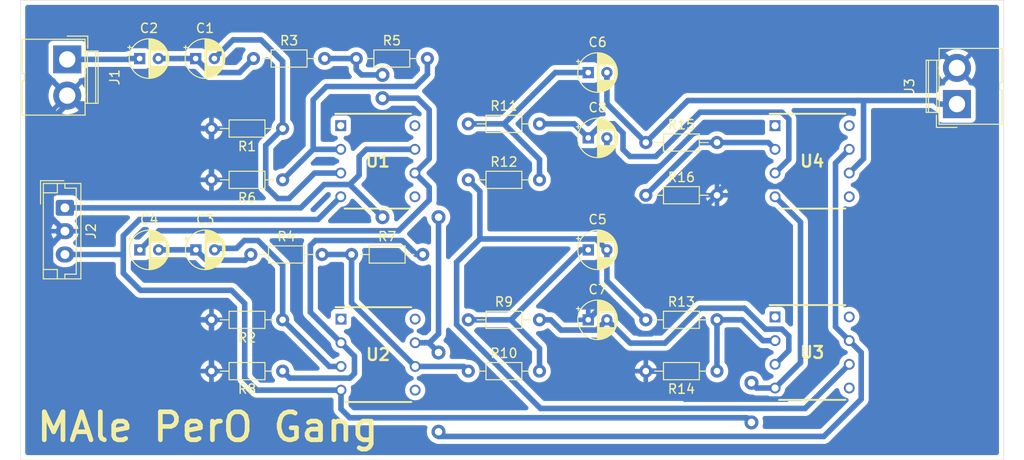
<source format=kicad_pcb>
(kicad_pcb (version 20240108) (generator "pcbnew") (generator_version "8.0")
  (layers (0 "F.Cu" signal) (31 "B.Cu" signal) (34 "B.Paste" user) (35 "F.Paste" user) (36 "B.SilkS" user "B.Silkscreen") (37 "F.SilkS" user "F.Silkscreen") (38 "B.Mask" user) (39 "F.Mask" user) (44 "Edge.Cuts" user))
  (net 0 "")
  (net 1 "Net-(U1-+)")
  (net 2 "Net-(C1-Pad1)")
  (net 3 "Net-(J1-Pin_1)")
  (net 4 "Net-(C3-Pad1)")
  (net 5 "Net-(U2-+)")
  (net 6 "Net-(U1-VOUT)")
  (net 7 "Net-(C5-Pad1)")
  (net 8 "Net-(U3-VOUT)")
  (net 9 "Net-(J3-Pin_1)")
  (net 10 "Net-(C6-Pad1)")
  (net 11 "GND")
  (net 12 "Net-(U3-+)")
  (net 13 "Net-(U4-+)")
  (net 14 "+5V")
  (net 15 "-5V")
  (net 16 "Net-(U2-VOUT)")
  (net 17 "Net-(U1--)")
  (net 18 "Net-(U2--)")
  (net 19 "Net-(U3--)")
  (net 20 "Net-(U4--)")
  (footprint "Capacitor_THT:CP_Radial_D4.0mm_P2.00mm" (layer "F.Cu") (at 97.5274 55.5)
    (property "Reference" "C5" (at 1 -3.25 0) (layer "F.SilkS"))
    (property "Value" "C_Small")
    (pad "1" thru_hole rect (at 0 0) (size 1.2 1.2) (drill 0.6) (layers "*.Cu" "*.Mask") (net 7 "Net-(C5-Pad1)"))
    (pad "2" thru_hole circle (at 2 0) (size 1.2 1.2) (drill 0.6) (layers "*.Cu" "*.Mask") (net 8 "Net-(U3-VOUT)"))
  )
  (footprint "Resistor_THT:R_Axial_DIN0204_L3.6mm_D1.6mm_P7.62mm_Horizontal" (layer "F.Cu") (at 64.81 68.5 180)
    (property "Reference" "R8" (at 3.81 -1.92 0) (layer "F.SilkS"))
    (property "Value" "R_Small")
    (pad "1" thru_hole circle (at 0 0 180) (size 1.4 1.4) (drill 0.7) (layers "*.Cu" "*.Mask") (net 18 "Net-(U2--)"))
    (pad "2" thru_hole oval (at 7.62 0 180) (size 1.4 1.4) (drill 0.7) (layers "*.Cu" "*.Mask") (net 11 "GND"))
  )
  (footprint "Resistor_THT:R_Axial_DIN0204_L3.6mm_D1.6mm_P7.62mm_Horizontal" (layer "F.Cu") (at 64.81 42.5 180)
    (property "Reference" "R1" (at 3.81 -1.92 0) (layer "F.SilkS"))
    (property "Value" "R_Small")
    (pad "1" thru_hole circle (at 0 0 180) (size 1.4 1.4) (drill 0.7) (layers "*.Cu" "*.Mask") (net 1 "Net-(U1-+)"))
    (pad "2" thru_hole oval (at 7.62 0 180) (size 1.4 1.4) (drill 0.7) (layers "*.Cu" "*.Mask") (net 11 "GND"))
  )
  (footprint "Resistor_THT:R_Axial_DIN0204_L3.6mm_D1.6mm_P7.62mm_Horizontal" (layer "F.Cu") (at 84.69 68.5)
    (property "Reference" "R10" (at 3.81 -1.92 0) (layer "F.SilkS"))
    (property "Value" "R_Small")
    (pad "1" thru_hole circle (at 0 0) (size 1.4 1.4) (drill 0.7) (layers "*.Cu" "*.Mask") (net 16 "Net-(U2-VOUT)"))
    (pad "2" thru_hole oval (at 7.62 0) (size 1.4 1.4) (drill 0.7) (layers "*.Cu" "*.Mask") (net 7 "Net-(C5-Pad1)"))
  )
  (footprint "Resistor_THT:R_Axial_DIN0204_L3.6mm_D1.6mm_P7.62mm_Horizontal" (layer "F.Cu") (at 103.69 49.65)
    (property "Reference" "R16" (at 3.81 -1.92 0) (layer "F.SilkS"))
    (property "Value" "R_Small")
    (pad "1" thru_hole circle (at 0 0) (size 1.4 1.4) (drill 0.7) (layers "*.Cu" "*.Mask") (net 20 "Net-(U4--)"))
    (pad "2" thru_hole oval (at 7.62 0) (size 1.4 1.4) (drill 0.7) (layers "*.Cu" "*.Mask") (net 11 "GND"))
  )
  (footprint "Resistor_THT:R_Axial_DIN0204_L3.6mm_D1.6mm_P7.62mm_Horizontal" (layer "F.Cu") (at 64.81 48 180)
    (property "Reference" "R6" (at 3.81 -1.92 0) (layer "F.SilkS"))
    (property "Value" "R_Small")
    (pad "1" thru_hole circle (at 0 0 180) (size 1.4 1.4) (drill 0.7) (layers "*.Cu" "*.Mask"))
    (pad "2" thru_hole oval (at 7.62 0 180) (size 1.4 1.4) (drill 0.7) (layers "*.Cu" "*.Mask") (net 11 "GND"))
  )
  (footprint "Resistor_THT:R_Axial_DIN0204_L3.6mm_D1.6mm_P7.62mm_Horizontal" (layer "F.Cu") (at 72.69 35)
    (property "Reference" "R5" (at 3.81 -1.92 0) (layer "F.SilkS"))
    (property "Value" "R_Small")
    (pad "1" thru_hole circle (at 0 0) (size 1.4 1.4) (drill 0.7) (layers "*.Cu" "*.Mask") (net 6 "Net-(U1-VOUT)"))
    (pad "2" thru_hole oval (at 7.62 0) (size 1.4 1.4) (drill 0.7) (layers "*.Cu" "*.Mask"))
  )
  (footprint "Capacitor_THT:CP_Radial_D4.0mm_P2.00mm" (layer "F.Cu") (at 97.5274 63)
    (property "Reference" "C7" (at 1 -3.25 0) (layer "F.SilkS"))
    (property "Value" "C_Small")
    (pad "1" thru_hole rect (at 0 0) (size 1.2 1.2) (drill 0.6) (layers "*.Cu" "*.Mask") (net 11 "GND"))
    (pad "2" thru_hole circle (at 2 0) (size 1.2 1.2) (drill 0.6) (layers "*.Cu" "*.Mask") (net 12 "Net-(U3-+)"))
  )
  (footprint "Capacitor_THT:CP_Radial_D4.0mm_P2.00mm" (layer "F.Cu") (at 97.5274 36.5)
    (property "Reference" "C6" (at 1 -3.25 0) (layer "F.SilkS"))
    (property "Value" "C_Small")
    (pad "1" thru_hole rect (at 0 0) (size 1.2 1.2) (drill 0.6) (layers "*.Cu" "*.Mask") (net 10 "Net-(C6-Pad1)"))
    (pad "2" thru_hole circle (at 2 0) (size 1.2 1.2) (drill 0.6) (layers "*.Cu" "*.Mask") (net 9 "Net-(J3-Pin_1)"))
  )
  (footprint "Connector:JWT_A3963_1x02_P3.96mm_Vertical" (layer "F.Cu") (at 137 39.88 90)
    (property "Reference" "J3" (at 1.91 -5.08 90) (layer "F.SilkS"))
    (property "Value" "Conn_sig_output")
    (pad "1" thru_hole rect (at 0 0 90) (size 3 3) (drill 1.75) (layers "*.Cu" "*.Mask") (net 9 "Net-(J3-Pin_1)"))
    (pad "2" thru_hole circle (at 3.88 0 90) (size 3 3) (drill 1.75) (layers "*.Cu" "*.Mask") (net 11 "GND"))
  )
  (footprint "Resistor_THT:R_Axial_DIN0204_L3.6mm_D1.6mm_P7.62mm_Horizontal" (layer "F.Cu") (at 61.4074 56)
    (property "Reference" "R4" (at 3.81 -1.92 0) (layer "F.SilkS"))
    (property "Value" "R_Small")
    (pad "1" thru_hole circle (at 0 0) (size 1.4 1.4) (drill 0.7) (layers "*.Cu" "*.Mask") (net 4 "Net-(C3-Pad1)"))
    (pad "2" thru_hole oval (at 7.62 0) (size 1.4 1.4) (drill 0.7) (layers "*.Cu" "*.Mask") (net 16 "Net-(U2-VOUT)"))
  )
  (footprint "Capacitor_THT:CP_Radial_D4.0mm_P2.00mm" (layer "F.Cu") (at 55.5 35)
    (property "Reference" "C1" (at 1 -3.25 0) (layer "F.SilkS"))
    (property "Value" "C_Small")
    (pad "1" thru_hole rect (at 0 0) (size 1.2 1.2) (drill 0.6) (layers "*.Cu" "*.Mask") (net 2 "Net-(C1-Pad1)"))
    (pad "2" thru_hole circle (at 2 0) (size 1.2 1.2) (drill 0.6) (layers "*.Cu" "*.Mask") (net 1 "Net-(U1-+)"))
  )
  (footprint "Resistor_THT:R_Axial_DIN0204_L3.6mm_D1.6mm_P7.62mm_Horizontal" (layer "F.Cu") (at 72.19 56)
    (property "Reference" "R7" (at 3.81 -1.92 0) (layer "F.SilkS"))
    (property "Value" "R_Small")
    (pad "1" thru_hole circle (at 0 0) (size 1.4 1.4) (drill 0.7) (layers "*.Cu" "*.Mask") (net 16 "Net-(U2-VOUT)"))
    (pad "2" thru_hole oval (at 7.62 0) (size 1.4 1.4) (drill 0.7) (layers "*.Cu" "*.Mask") (net 18 "Net-(U2--)"))
  )
  (footprint "Resistor_THT:R_Axial_DIN0204_L3.6mm_D1.6mm_P7.62mm_Horizontal" (layer "F.Cu") (at 64.81 63 180)
    (property "Reference" "R2" (at 3.81 -1.92 0) (layer "F.SilkS"))
    (property "Value" "R_Small")
    (pad "1" thru_hole circle (at 0 0 180) (size 1.4 1.4) (drill 0.7) (layers "*.Cu" "*.Mask") (net 5 "Net-(U2-+)"))
    (pad "2" thru_hole oval (at 7.62 0 180) (size 1.4 1.4) (drill 0.7) (layers "*.Cu" "*.Mask") (net 11 "GND"))
  )
  (footprint "Capacitor_THT:CP_Radial_D4.0mm_P2.00mm" (layer "F.Cu") (at 55.5274 55.5)
    (property "Reference" "C3" (at 1 -3.25 0) (layer "F.SilkS"))
    (property "Value" "C_Small")
    (pad "1" thru_hole rect (at 0 0) (size 1.2 1.2) (drill 0.6) (layers "*.Cu" "*.Mask") (net 4 "Net-(C3-Pad1)"))
    (pad "2" thru_hole circle (at 2 0) (size 1.2 1.2) (drill 0.6) (layers "*.Cu" "*.Mask") (net 5 "Net-(U2-+)"))
  )
  (footprint "pav_fp:DIP794W56P254L959H533Q8N" (layer "F.Cu") (at 121.5 66.5)
    (property "Reference" "U3" (at 0 0 0) (layer "F.SilkS") (effects (font (size 1.27 1.27) (thickness 0.254))))
    (property "Value" "~" (hide yes))
    (pad "1" thru_hole rect (at -3.97 -3.81) (size 1.16 1.16) (drill 0.76) (layers "*.Cu" "*.Mask"))
    (pad "2" thru_hole circle (at -3.97 -1.27) (size 1.16 1.16) (drill 0.76) (layers "*.Cu" "*.Mask") (net 19 "Net-(U3--)"))
    (pad "3" thru_hole circle (at -3.97 1.27) (size 1.16 1.16) (drill 0.76) (layers "*.Cu" "*.Mask") (net 12 "Net-(U3-+)"))
    (pad "4" thru_hole circle (at -3.97 3.81) (size 1.16 1.16) (drill 0.76) (layers "*.Cu" "*.Mask") (net 15 "-5V"))
    (pad "5" thru_hole circle (at 3.97 3.81) (size 1.16 1.16) (drill 0.76) (layers "*.Cu" "*.Mask"))
    (pad "6" thru_hole circle (at 3.97 1.27) (size 1.16 1.16) (drill 0.76) (layers "*.Cu" "*.Mask") (net 8 "Net-(U3-VOUT)"))
    (pad "7" thru_hole circle (at 3.97 -1.27) (size 1.16 1.16) (drill 0.76) (layers "*.Cu" "*.Mask") (net 14 "+5V"))
    (pad "8" thru_hole circle (at 3.97 -3.81) (size 1.16 1.16) (drill 0.76) (layers "*.Cu" "*.Mask"))
  )
  (footprint "Capacitor_THT:CP_Radial_D4.0mm_P2.00mm" (layer "F.Cu") (at 49.5 35)
    (property "Reference" "C2" (at 1 -3.25 0) (layer "F.SilkS"))
    (property "Value" "C_Small")
    (pad "1" thru_hole rect (at 0 0) (size 1.2 1.2) (drill 0.6) (layers "*.Cu" "*.Mask") (net 3 "Net-(J1-Pin_1)"))
    (pad "2" thru_hole circle (at 2 0) (size 1.2 1.2) (drill 0.6) (layers "*.Cu" "*.Mask") (net 2 "Net-(C1-Pad1)"))
  )
  (footprint "Connector_JST:JST_EH_B3B-EH-A_1x03_P2.50mm_Vertical" (layer "F.Cu") (at 41.5 51 -90)
    (property "Reference" "J2" (at 2.5 -2.8 90) (layer "F.SilkS"))
    (property "Value" "Symmetrical_power_supply_con")
    (pad "1" thru_hole roundrect (at 0 0 270) (size 1.7 1.95) (drill 0.95) (layers "*.Cu" "*.Mask") (roundrect_rratio 0.147059) (net 14 "+5V"))
    (pad "2" thru_hole oval (at 2.5 0 270) (size 1.7 1.95) (drill 0.95) (layers "*.Cu" "*.Mask") (net 11 "GND"))
    (pad "3" thru_hole oval (at 5 0 270) (size 1.7 1.95) (drill 0.95) (layers "*.Cu" "*.Mask") (net 15 "-5V"))
  )
  (footprint "Capacitor_THT:CP_Radial_D4.0mm_P2.00mm" (layer "F.Cu") (at 49.5274 55.5)
    (property "Reference" "C4" (at 1 -3.25 0) (layer "F.SilkS"))
    (property "Value" "C_Small")
    (pad "1" thru_hole rect (at 0 0) (size 1.2 1.2) (drill 0.6) (layers "*.Cu" "*.Mask") (net 6 "Net-(U1-VOUT)"))
    (pad "2" thru_hole circle (at 2 0) (size 1.2 1.2) (drill 0.6) (layers "*.Cu" "*.Mask") (net 4 "Net-(C3-Pad1)"))
  )
  (footprint "pav_fp:DIP794W56P254L959H533Q8N" (layer "F.Cu") (at 75.03 66.73)
    (property "Reference" "U2" (at 0 0 0) (layer "F.SilkS") (effects (font (size 1.27 1.27) (thickness 0.254))))
    (property "Value" "~" (hide yes))
    (pad "1" thru_hole rect (at -3.97 -3.81) (size 1.16 1.16) (drill 0.76) (layers "*.Cu" "*.Mask"))
    (pad "2" thru_hole circle (at -3.97 -1.27) (size 1.16 1.16) (drill 0.76) (layers "*.Cu" "*.Mask") (net 18 "Net-(U2--)"))
    (pad "3" thru_hole circle (at -3.97 1.27) (size 1.16 1.16) (drill 0.76) (layers "*.Cu" "*.Mask") (net 5 "Net-(U2-+)"))
    (pad "4" thru_hole circle (at -3.97 3.81) (size 1.16 1.16) (drill 0.76) (layers "*.Cu" "*.Mask") (net 15 "-5V"))
    (pad "5" thru_hole circle (at 3.97 3.81) (size 1.16 1.16) (drill 0.76) (layers "*.Cu" "*.Mask"))
    (pad "6" thru_hole circle (at 3.97 1.27) (size 1.16 1.16) (drill 0.76) (layers "*.Cu" "*.Mask") (net 16 "Net-(U2-VOUT)"))
    (pad "7" thru_hole circle (at 3.97 -1.27) (size 1.16 1.16) (drill 0.76) (layers "*.Cu" "*.Mask") (net 14 "+5V"))
    (pad "8" thru_hole circle (at 3.97 -3.81) (size 1.16 1.16) (drill 0.76) (layers "*.Cu" "*.Mask"))
  )
  (footprint "Resistor_THT:R_Axial_DIN0204_L3.6mm_D1.6mm_P7.62mm_Horizontal" (layer "F.Cu") (at 103.69 63)
    (property "Reference" "R13" (at 3.81 -1.92 0) (layer "F.SilkS"))
    (property "Value" "R_Small")
    (pad "1" thru_hole circle (at 0 0) (size 1.4 1.4) (drill 0.7) (layers "*.Cu" "*.Mask") (net 8 "Net-(U3-VOUT)"))
    (pad "2" thru_hole oval (at 7.62 0) (size 1.4 1.4) (drill 0.7) (layers "*.Cu" "*.Mask") (net 19 "Net-(U3--)"))
  )
  (footprint "Resistor_THT:R_Axial_DIN0204_L3.6mm_D1.6mm_P7.62mm_Horizontal" (layer "F.Cu") (at 61.69 35)
    (property "Reference" "R3" (at 3.81 -1.92 0) (layer "F.SilkS"))
    (property "Value" "R_Small")
    (pad "1" thru_hole circle (at 0 0) (size 1.4 1.4) (drill 0.7) (layers "*.Cu" "*.Mask") (net 2 "Net-(C1-Pad1)"))
    (pad "2" thru_hole oval (at 7.62 0) (size 1.4 1.4) (drill 0.7) (layers "*.Cu" "*.Mask") (net 6 "Net-(U1-VOUT)"))
  )
  (footprint "pav_fp:DIP794W56P254L959H533Q8N" (layer "F.Cu") (at 75 46)
    (property "Reference" "U1" (at 0 0 0) (layer "F.SilkS") (effects (font (size 1.27 1.27) (thickness 0.254))))
    (property "Value" "~" (hide yes))
    (pad "1" thru_hole rect (at -3.97 -3.81) (size 1.16 1.16) (drill 0.76) (layers "*.Cu" "*.Mask"))
    (pad "2" thru_hole circle (at -3.97 -1.27) (size 1.16 1.16) (drill 0.76) (layers "*.Cu" "*.Mask"))
    (pad "3" thru_hole circle (at -3.97 1.27) (size 1.16 1.16) (drill 0.76) (layers "*.Cu" "*.Mask") (net 1 "Net-(U1-+)"))
    (pad "4" thru_hole circle (at -3.97 3.81) (size 1.16 1.16) (drill 0.76) (layers "*.Cu" "*.Mask") (net 15 "-5V"))
    (pad "5" thru_hole circle (at 3.97 3.81) (size 1.16 1.16) (drill 0.76) (layers "*.Cu" "*.Mask"))
    (pad "6" thru_hole circle (at 3.97 1.27) (size 1.16 1.16) (drill 0.76) (layers "*.Cu" "*.Mask") (net 6 "Net-(U1-VOUT)"))
    (pad "7" thru_hole circle (at 3.97 -1.27) (size 1.16 1.16) (drill 0.76) (layers "*.Cu" "*.Mask") (net 14 "+5V"))
    (pad "8" thru_hole circle (at 3.97 -3.81) (size 1.16 1.16) (drill 0.76) (layers "*.Cu" "*.Mask"))
  )
  (footprint "Resistor_THT:R_Axial_DIN0204_L3.6mm_D1.6mm_P7.62mm_Horizontal" (layer "F.Cu") (at 84.69 42)
    (property "Reference" "R11" (at 3.81 -1.92 0) (layer "F.SilkS"))
    (property "Value" "R_Small")
    (pad "1" thru_hole circle (at 0 0) (size 1.4 1.4) (drill 0.7) (layers "*.Cu" "*.Mask") (net 10 "Net-(C6-Pad1)"))
    (pad "2" thru_hole oval (at 7.62 0) (size 1.4 1.4) (drill 0.7) (layers "*.Cu" "*.Mask") (net 13 "Net-(U4-+)"))
  )
  (footprint "Resistor_THT:R_Axial_DIN0204_L3.6mm_D1.6mm_P7.62mm_Horizontal" (layer "F.Cu") (at 84.69 48)
    (property "Reference" "R12" (at 3.81 -1.92 0) (layer "F.SilkS"))
    (property "Value" "R_Small")
    (pad "1" thru_hole circle (at 0 0) (size 1.4 1.4) (drill 0.7) (layers "*.Cu" "*.Mask") (net 8 "Net-(U3-VOUT)"))
    (pad "2" thru_hole oval (at 7.62 0) (size 1.4 1.4) (drill 0.7) (layers "*.Cu" "*.Mask") (net 10 "Net-(C6-Pad1)"))
  )
  (footprint "pav_fp:DIP794W56P254L959H533Q8N" (layer "F.Cu") (at 121.5 46)
    (property "Reference" "U4" (at 0 0 0) (layer "F.SilkS") (effects (font (size 1.27 1.27) (thickness 0.254))))
    (property "Value" "~" (hide yes))
    (pad "1" thru_hole rect (at -3.97 -3.81) (size 1.16 1.16) (drill 0.76) (layers "*.Cu" "*.Mask"))
    (pad "2" thru_hole circle (at -3.97 -1.27) (size 1.16 1.16) (drill 0.76) (layers "*.Cu" "*.Mask") (net 20 "Net-(U4--)"))
    (pad "3" thru_hole circle (at -3.97 1.27) (size 1.16 1.16) (drill 0.76) (layers "*.Cu" "*.Mask") (net 13 "Net-(U4-+)"))
    (pad "4" thru_hole circle (at -3.97 3.81) (size 1.16 1.16) (drill 0.76) (layers "*.Cu" "*.Mask") (net 15 "-5V"))
    (pad "5" thru_hole circle (at 3.97 3.81) (size 1.16 1.16) (drill 0.76) (layers "*.Cu" "*.Mask"))
    (pad "6" thru_hole circle (at 3.97 1.27) (size 1.16 1.16) (drill 0.76) (layers "*.Cu" "*.Mask") (net 9 "Net-(J3-Pin_1)"))
    (pad "7" thru_hole circle (at 3.97 -1.27) (size 1.16 1.16) (drill 0.76) (layers "*.Cu" "*.Mask") (net 14 "+5V"))
    (pad "8" thru_hole circle (at 3.97 -3.81) (size 1.16 1.16) (drill 0.76) (layers "*.Cu" "*.Mask"))
  )
  (footprint "Capacitor_THT:CP_Radial_D4.0mm_P2.00mm" (layer "F.Cu") (at 97.5274 43.5)
    (property "Reference" "C8" (at 1 -3.25 0) (layer "F.SilkS"))
    (property "Value" "C_Small")
    (pad "1" thru_hole rect (at 0 0) (size 1.2 1.2) (drill 0.6) (layers "*.Cu" "*.Mask") (net 13 "Net-(U4-+)"))
    (pad "2" thru_hole circle (at 2 0) (size 1.2 1.2) (drill 0.6) (layers "*.Cu" "*.Mask") (net 11 "GND"))
  )
  (footprint "Resistor_THT:R_Axial_DIN0204_L3.6mm_D1.6mm_P7.62mm_Horizontal" (layer "F.Cu") (at 103.69 44)
    (property "Reference" "R15" (at 3.81 -1.92 0) (layer "F.SilkS"))
    (property "Value" "R_Small")
    (pad "1" thru_hole circle (at 0 0) (size 1.4 1.4) (drill 0.7) (layers "*.Cu" "*.Mask") (net 9 "Net-(J3-Pin_1)"))
    (pad "2" thru_hole oval (at 7.62 0) (size 1.4 1.4) (drill 0.7) (layers "*.Cu" "*.Mask") (net 20 "Net-(U4--)"))
  )
  (footprint "Connector:JWT_A3963_1x02_P3.96mm_Vertical" (layer "F.Cu") (at 41.75 35.0925 -90)
    (property "Reference" "J1" (at 1.91 -5.08 90) (layer "F.SilkS"))
    (property "Value" "Conn_sig_input")
    (pad "1" thru_hole rect (at 0 0 270) (size 3 3) (drill 1.75) (layers "*.Cu" "*.Mask") (net 3 "Net-(J1-Pin_1)"))
    (pad "2" thru_hole circle (at 3.88 0 270) (size 3 3) (drill 1.75) (layers "*.Cu" "*.Mask") (net 11 "GND"))
  )
  (footprint "Resistor_THT:R_Axial_DIN0204_L3.6mm_D1.6mm_P7.62mm_Horizontal" (layer "F.Cu") (at 84.69 63)
    (property "Reference" "R9" (at 3.81 -1.92 0) (layer "F.SilkS"))
    (property "Value" "R_Small")
    (pad "1" thru_hole circle (at 0 0) (size 1.4 1.4) (drill 0.7) (layers "*.Cu" "*.Mask") (net 7 "Net-(C5-Pad1)"))
    (pad "2" thru_hole oval (at 7.62 0) (size 1.4 1.4) (drill 0.7) (layers "*.Cu" "*.Mask") (net 12 "Net-(U3-+)"))
  )
  (footprint "Resistor_THT:R_Axial_DIN0204_L3.6mm_D1.6mm_P7.62mm_Horizontal" (layer "F.Cu") (at 111.31 68.5 180)
    (property "Reference" "R14" (at 3.81 -1.92 0) (layer "F.SilkS"))
    (property "Value" "R_Small")
    (pad "1" thru_hole circle (at 0 0 180) (size 1.4 1.4) (drill 0.7) (layers "*.Cu" "*.Mask") (net 19 "Net-(U3--)"))
    (pad "2" thru_hole oval (at 7.62 0 180) (size 1.4 1.4) (drill 0.7) (layers "*.Cu" "*.Mask") (net 11 "GND"))
  )
  (gr_rect (start 36.75 28.75) (end 142 78) (stroke (width 0.05)) (fill none) (layer "Edge.Cuts"))
  (gr_text "MAle PerO Gang" (at 38.25 76.25 0) (layer "F.SilkS") (effects (font (size 3 3) (thickness 0.5) (bold yes)) (justify left bottom)))
  (segment (start 64.81 35.31) (end 62.5 33) (width 0.6) (layer "B.Cu") (net 1))
  (segment (start 63 44.31) (end 64.81 42.5) (width 0.6) (layer "B.Cu") (net 1))
  (segment (start 65.5 50) (end 64.2935 50) (width 0.6) (layer "B.Cu") (net 1))
  (segment (start 63 48.7065) (end 63 44.31) (width 0.6) (layer "B.Cu") (net 1))
  (segment (start 64.2935 50) (end 63 48.7065) (width 0.6) (layer "B.Cu") (net 1))
  (segment (start 68.23 47.27) (end 65.5 50) (width 0.6) (layer "B.Cu") (net 1))
  (segment (start 59.5 33) (end 57.5 35) (width 0.6) (layer "B.Cu") (net 1))
  (segment (start 71.03 47.27) (end 68.23 47.27) (width 0.6) (layer "B.Cu") (net 1))
  (segment (start 62.5 33) (end 59.5 33) (width 0.6) (layer "B.Cu") (net 1))
  (segment (start 64.81 42.5) (end 64.81 35.31) (width 0.6) (layer "B.Cu") (net 1))
  (segment (start 51.5 35) (end 55.5 35) (width 0.6) (layer "B.Cu") (net 2))
  (segment (start 60.19 36.5) (end 57 36.5) (width 0.6) (layer "B.Cu") (net 2))
  (segment (start 61.69 35) (end 60.19 36.5) (width 0.6) (layer "B.Cu") (net 2))
  (segment (start 57 36.5) (end 55.5 35) (width 0.6) (layer "B.Cu") (net 2))
  (segment (start 49.5 35) (end 48.3983 35) (width 0.6) (layer "B.Cu") (net 3))
  (segment (start 41.75 35.0925) (end 48.3058 35.0925) (width 0.6) (layer "B.Cu") (net 3))
  (segment (start 48.3058 35.0925) (end 48.3983 35) (width 0.6) (layer "B.Cu") (net 3))
  (segment (start 56.6375 56.6101) (end 55.5274 55.5) (width 0.6) (layer "B.Cu") (net 4))
  (segment (start 61.4074 56) (end 60.7973 56.6101) (width 0.6) (layer "B.Cu") (net 4))
  (segment (start 51.5274 55.5) (end 55.5274 55.5) (width 0.6) (layer "B.Cu") (net 4))
  (segment (start 60.7973 56.6101) (end 56.6375 56.6101) (width 0.6) (layer "B.Cu") (net 4))
  (segment (start 60.7079 54.5) (end 62.1631 54.5) (width 0.6) (layer "B.Cu") (net 5))
  (segment (start 71.06 68) (end 69.81 68) (width 0.6) (layer "B.Cu") (net 5))
  (segment (start 62.1631 54.5) (end 64.81 57.1469) (width 0.6) (layer "B.Cu") (net 5))
  (segment (start 59.8669 55.341) (end 60.7079 54.5) (width 0.6) (layer "B.Cu") (net 5))
  (segment (start 57.6863 55.3411) (end 59.8669 55.3411) (width 0.6) (layer "B.Cu") (net 5))
  (segment (start 69.81 68) (end 64.81 63) (width 0.6) (layer "B.Cu") (net 5))
  (segment (start 64.81 57.1469) (end 64.81 63) (width 0.6) (layer "B.Cu") (net 5))
  (segment (start 57.5274 55.5) (end 57.6863 55.3411) (width 0.6) (layer "B.Cu") (net 5))
  (segment (start 59.8669 55.3411) (end 59.8669 55.341) (width 0.6) (layer "B.Cu") (net 5))
  (via (at 75.5 39.25) (size 1.5) (drill 0.8) (layers "F.Cu" "B.Cu") (net 6))
  (via (at 75.5 36.75) (size 1.5) (drill 0.8) (layers "F.Cu" "B.Cu") (net 6))
  (segment (start 79.25 39.25) (end 75.5 39.25) (width 0.6) (layer "B.Cu") (net 6))
  (segment (start 77.22165 53.4557) (end 51.5717 53.4557) (width 0.6) (layer "B.Cu") (net 6))
  (segment (start 80.5 45.74) (end 80.5 40.5) (width 0.6) (layer "B.Cu") (net 6))
  (segment (start 72.69 35) (end 72.69 36.19) (width 0.6) (layer "B.Cu") (net 6))
  (segment (start 51.5717 53.4557) (end 49.5274 55.5) (width 0.6) (layer "B.Cu") (net 6))
  (segment (start 80.5 48.8) (end 80.5 50.17735) (width 0.6) (layer "B.Cu") (net 6))
  (segment (start 80.5 50.17735) (end 77.22165 53.4557) (width 0.6) (layer "B.Cu") (net 6))
  (segment (start 73.25 36.75) (end 75.5 36.75) (width 0.6) (layer "B.Cu") (net 6))
  (segment (start 69.31 35) (end 72.69 35) (width 0.6) (layer "B.Cu") (net 6))
  (segment (start 80.5 40.5) (end 79.25 39.25) (width 0.6) (layer "B.Cu") (net 6))
  (segment (start 78.97 47.27) (end 80.5 45.74) (width 0.6) (layer "B.Cu") (net 6))
  (segment (start 78.97 47.27) (end 80.5 48.8) (width 0.6) (layer "B.Cu") (net 6))
  (segment (start 72.69 36.19) (end 73.25 36.75) (width 0.6) (layer "B.Cu") (net 6))
  (segment (start 92.31 66.06) (end 92.31 68.5) (width 0.6) (layer "B.Cu") (net 7))
  (segment (start 84.69 63) (end 89.25 63) (width 0.6) (layer "B.Cu") (net 7))
  (segment (start 89.25 63) (end 96.75 55.5) (width 0.6) (layer "B.Cu") (net 7))
  (segment (start 96.75 55.5) (end 97.5274 55.5) (width 0.6) (layer "B.Cu") (net 7))
  (segment (start 89.25 63) (end 92.31 66.06) (width 0.6) (layer "B.Cu") (net 7))
  (segment (start 83.4374 63.5226) (end 83.4374 56.8208) (width 0.6) (layer "B.Cu") (net 8))
  (segment (start 85.9244 54.3338) (end 85.9244 49.2344) (width 0.6) (layer "B.Cu") (net 8))
  (segment (start 85.9244 49.2344) (end 84.69 48) (width 0.6) (layer "B.Cu") (net 8))
  (segment (start 125.47 67.77) (end 120.74 72.5) (width 0.6) (layer "B.Cu") (net 8))
  (segment (start 85.9244 54.3338) (end 98.3612 54.3338) (width 0.6) (layer "B.Cu") (net 8))
  (segment (start 98.3612 54.3338) (end 99.5274 55.5) (width 0.6) (layer "B.Cu") (net 8))
  (segment (start 99.5274 58.8374) (end 99.5274 55.5) (width 0.6) (layer "B.Cu") (net 8))
  (segment (start 92.4148 72.5) (end 83.4374 63.5226) (width 0.6) (layer "B.Cu") (net 8))
  (segment (start 120.74 72.5) (end 92.4148 72.5) (width 0.6) (layer "B.Cu") (net 8))
  (segment (start 83.4374 56.8208) (end 85.9244 54.3338) (width 0.6) (layer "B.Cu") (net 8))
  (segment (start 103.69 63) (end 99.5274 58.8374) (width 0.6) (layer "B.Cu") (net 8))
  (segment (start 108.19 39.5) (end 103.69 44) (width 0.6) (layer "B.Cu") (net 9))
  (segment (start 125.47 47.27) (end 127 45.74) (width 0.6) (layer "B.Cu") (net 9))
  (segment (start 137 39.88) (end 134.9983 39.88) (width 0.6) (layer "B.Cu") (net 9))
  (segment (start 99.5274 39.8374) (end 99.5274 36.5) (width 0.6) (layer "B.Cu") (net 9))
  (segment (start 134.6183 39.5) (end 126.25 39.5) (width 0.6) (layer "B.Cu") (net 9))
  (segment (start 103.69 44) (end 99.5274 39.8374) (width 0.6) (layer "B.Cu") (net 9))
  (segment (start 127 45.74) (end 127 39.8758) (width 0.6) (layer "B.Cu") (net 9))
  (segment (start 126.6242 39.5) (end 108.19 39.5) (width 0.6) (layer "B.Cu") (net 9))
  (segment (start 134.9983 39.88) (end 134.6183 39.5) (width 0.6) (layer "B.Cu") (net 9))
  (segment (start 89.5536 43.0544) (end 92.31 45.8108) (width 0.6) (layer "B.Cu") (net 10))
  (segment (start 88.4992 42) (end 89.5536 43.0544) (width 0.6) (layer "B.Cu") (net 10))
  (segment (start 92.31 45.8108) (end 92.31 48) (width 0.6) (layer "B.Cu") (net 10))
  (segment (start 84.69 42) (end 88.4992 42) (width 0.6) (layer "B.Cu") (net 10))
  (segment (start 89.5536 43.0544) (end 88.4996 42.0004) (width 0.6) (layer "B.Cu") (net 10))
  (segment (start 94 36.5) (end 97.5274 36.5) (width 0.6) (layer "B.Cu") (net 10))
  (segment (start 88.4996 42.0004) (end 94 36.5) (width 0.6) (layer "B.Cu") (net 10))
  (segment (start 45.5 63) (end 57.19 63) (width 0.6) (layer "B.Cu") (net 11))
  (segment (start 104.9114 50.8566) (end 103.1751 50.8566) (width 0.6) (layer "B.Cu") (net 11))
  (segment (start 103 64.5) (end 100.3516 61.8516) (width 0.6) (layer "B.Cu") (net 11))
  (segment (start 39.9512 55.0488) (end 39.9512 57.4512) (width 0.6) (layer "B.Cu") (net 11))
  (segment (start 39.9512 57.4512) (end 45.5 63) (width 0.6) (layer "B.Cu") (net 11))
  (segment (start 135.75 34.75) (end 82.8562 34.75) (width 0.6) (layer "B.Cu") (net 11))
  (segment (start 121.5 52.1808) (end 121.5 68.75) (width 0.6) (layer "B.Cu") (net 11))
  (segment (start 104.8917 68.5) (end 103.69 68.5) (width 0.6) (layer "B.Cu") (net 11))
  (segment (start 41.5 53.5) (end 40.0173 52.0173) (width 0.6) (layer "B.Cu") (net 11))
  (segment (start 112.0325 48.7175) (end 118.0367 48.7175) (width 0.6) (layer "B.Cu") (net 11))
  (segment (start 82.75 43.5) (end 82.75 34.6438) (width 0.6) (layer "B.Cu") (net 11))
  (segment (start 99.5274 47.2089) (end 99.5274 43.5) (width 0.6) (layer "B.Cu") (net 11))
  (segment (start 82.75 34.6438) (end 82.4281 34.3219) (width 0.6) (layer "B.Cu") (net 11))
  (segment (start 57.19 42.5) (end 55.9883 42.5) (width 0.6) (layer "B.Cu") (net 11))
  (segment (start 57.19 63) (end 57.19 68.5) (width 0.6) (layer "B.Cu") (net 11))
  (segment (start 57.19 42.5) (end 57.19 48) (width 0.6) (layer "B.Cu") (net 11))
  (segment (start 98.6758 61.8516) (end 97.5274 63) (width 0.6) (layer "B.Cu") (net 11))
  (segment (start 41.75 38.9725) (end 41.75 39.8668) (width 0.6) (layer "B.Cu") (net 11))
  (segment (start 111.31 49.44) (end 112.0325 48.7175) (width 0.6) (layer "B.Cu") (net 11))
  (segment (start 118.75 71.5) (end 107.8917 71.5) (width 0.6) (layer "B.Cu") (net 11))
  (segment (start 110.1034 50.8566) (end 104.9114 50.8566) (width 0.6) (layer "B.Cu") (net 11))
  (segment (start 41 31.5) (end 39 33.5) (width 0.6) (layer "B.Cu") (net 11))
  (segment (start 100.3516 61.8516) (end 98.6758 61.8516) (width 0.6) (layer "B.Cu") (net 11))
  (segment (start 96.9863 49.75) (end 89 49.75) (width 0.6) (layer "B.Cu") (net 11))
  (segment (start 103.1751 50.8566) (end 99.5274 47.2089) (width 0.6) (layer "B.Cu") (net 11))
  (segment (start 111.31 49.65) (end 110.1034 50.8566) (width 0.6) (layer "B.Cu") (net 11))
  (segment (start 121.5 68.75) (end 118.75 71.5) (width 0.6) (layer "B.Cu") (net 11))
  (segment (start 82.75 34.6438) (end 79.6062 31.5) (width 0.6) (layer "B.Cu") (net 11))
  (segment (start 104.9114 50.8566) (end 105.25 51.1952) (width 0.6) (layer "B.Cu") (net 11))
  (segment (start 41.5 53.5) (end 39.9512 55.0488) (width 0.6) (layer "B.Cu") (net 11))
  (segment (start 41.75 39.8668) (end 53.3551 39.8668) (width 0.6) (layer "B.Cu") (net 11))
  (segment (start 107.8917 71.5) (end 104.8917 68.5) (width 0.6) (layer "B.Cu") (net 11))
  (segment (start 53.3551 39.8668) (end 55.9883 42.5) (width 0.6) (layer "B.Cu") (net 11))
  (segment (start 105.25 63.5) (end 104.25 64.5) (width 0.6) (layer "B.Cu") (net 11))
  (segment (start 39 36.2225) (end 41.75 38.9725) (width 0.6) (layer "B.Cu") (net 11))
  (segment (start 118.0367 48.7175) (end 121.5 52.1808) (width 0.6) (layer "B.Cu") (net 11))
  (segment (start 79.6062 31.5) (end 41 31.5) (width 0.6) (layer "B.Cu") (net 11))
  (segment (start 111.31 49.65) (end 111.31 49.44) (width 0.6) (layer "B.Cu") (net 11))
  (segment (start 89 49.75) (end 82.75 43.5) (width 0.6) (layer "B.Cu") (net 11))
  (segment (start 104.25 64.5) (end 103 64.5) (width 0.6) (layer "B.Cu") (net 11))
  (segment (start 99.5274 47.2089) (end 96.9863 49.75) (width 0.6) (layer "B.Cu") (net 11))
  (segment (start 39 33.5) (end 39 36.2225) (width 0.6) (layer "B.Cu") (net 11))
  (segment (start 40.0173 52.0173) (end 40.0173 41.5995) (width 0.6) (layer "B.Cu") (net 11))
  (segment (start 82.8562 34.75) (end 82.75 34.6438) (width 0.6) (layer "B.Cu") (net 11))
  (segment (start 40.0173 41.5995) (end 41.75 39.8668) (width 0.6) (layer "B.Cu") (net 11))
  (segment (start 137 36) (end 135.75 34.75) (width 0.6) (layer "B.Cu") (net 11))
  (segment (start 105.25 51.1952) (end 105.25 63.5) (width 0.6) (layer "B.Cu") (net 11))
  (segment (start 99.5274 63) (end 102.0274 65.5) (width 0.6) (layer "B.Cu") (net 12))
  (segment (start 102.0274 65.5) (end 105.75 65.5) (width 0.6) (layer "B.Cu") (net 12))
  (segment (start 119 66.3) (end 117.53 67.77) (width 0.6) (layer "B.Cu") (net 12))
  (segment (start 92.31 63) (end 93.5117 63) (width 0.6) (layer "B.Cu") (net 12))
  (segment (start 119 64.75) (end 119 66.3) (width 0.6) (layer "B.Cu") (net 12))
  (segment (start 116.5 64) (end 118.25 64) (width 0.6) (layer "B.Cu") (net 12))
  (segment (start 118.25 64) (end 119 64.75) (width 0.6) (layer "B.Cu") (net 12))
  (segment (start 94.6134 64.1017) (end 98.4257 64.1017) (width 0.6) (layer "B.Cu") (net 12))
  (segment (start 114.2551 61.7551) (end 116.5 64) (width 0.6) (layer "B.Cu") (net 12))
  (segment (start 93.5117 63) (end 94.6134 64.1017) (width 0.6) (layer "B.Cu") (net 12))
  (segment (start 98.4257 64.1017) (end 99.5274 63) (width 0.6) (layer "B.Cu") (net 12))
  (segment (start 105.75 65.5) (end 109.4949 61.7551) (width 0.6) (layer "B.Cu") (net 12))
  (segment (start 109.4949 61.7551) (end 114.2551 61.7551) (width 0.6) (layer "B.Cu") (net 12))
  (segment (start 102 45.5) (end 101.25 44.75) (width 0.6) (layer "B.Cu") (net 13))
  (segment (start 109.5 40.75) (end 104.75 45.5) (width 0.6) (layer "B.Cu") (net 13))
  (segment (start 101.25 43) (end 100.25 42) (width 0.6) (layer "B.Cu") (net 13))
  (segment (start 97.5274 43.5) (end 96.0274 42) (width 0.6) (layer "B.Cu") (net 13))
  (segment (start 118.25 40.75) (end 109.5 40.75) (width 0.6) (layer "B.Cu") (net 13))
  (segment (start 119 45.8) (end 119 41.5) (width 0.6) (layer "B.Cu") (net 13))
  (segment (start 104.75 45.5) (end 102 45.5) (width 0.6) (layer "B.Cu") (net 13))
  (segment (start 119 41.5) (end 118.25 40.75) (width 0.6) (layer "B.Cu") (net 13))
  (segment (start 117.53 47.27) (end 119 45.8) (width 0.6) (layer "B.Cu") (net 13))
  (segment (start 101.25 44.75) (end 101.25 43) (width 0.6) (layer "B.Cu") (net 13))
  (segment (start 100.25 42) (end 99.0274 42) (width 0.6) (layer "B.Cu") (net 13))
  (segment (start 96.0274 42) (end 92.31 42) (width 0.6) (layer "B.Cu") (net 13))
  (segment (start 99.0274 42) (end 97.5274 43.5) (width 0.6) (layer "B.Cu") (net 13))
  (via (at 81.5 66.5) (size 1.5) (drill 0.8) (layers "F.Cu" "B.Cu") (net 14))
  (via (at 81.5 52) (size 1.5) (drill 0.8) (layers "F.Cu" "B.Cu") (net 14))
  (via (at 75.5 52) (size 1.5) (drill 0.8) (layers "F.Cu" "B.Cu") (net 14))
  (via (at 81.5 75) (size 1.5) (drill 0.8) (layers "F.Cu" "B.Cu") (net 14))
  (segment (start 125.47 65.23) (end 126.75 66.51) (width 0.6) (layer "B.Cu") (net 14))
  (segment (start 124 63.76) (end 124 46.2) (width 0.6) (layer "B.Cu") (net 14))
  (segment (start 73 45.5) (end 73.77 44.73) (width 0.6) (layer "B.Cu") (net 14))
  (segment (start 126.75 71.5) (end 122.75 75.5) (width 0.6) (layer "B.Cu") (net 14))
  (segment (start 126.75 66.51) (end 126.75 71.5) (width 0.6) (layer "B.Cu") (net 14))
  (segment (start 66.75 51) (end 69.25 48.5) (width 0.6) (layer "B.Cu") (net 14))
  (segment (start 122.75 75.5) (end 81.5 75.5) (width 0.6) (layer "B.Cu") (net 14))
  (segment (start 73.77 44.73) (end 78.97 44.73) (width 0.6) (layer "B.Cu") (net 14))
  (segment (start 69.25 48.5) (end 72 48.5) (width 0.6) (layer "B.Cu") (net 14))
  (segment (start 81.5 52) (end 81.5 64.5) (width 0.6) (layer "B.Cu") (net 14))
  (segment (start 81.5 64.5) (end 80.54 65.46) (width 0.6) (layer "B.Cu") (net 14))
  (segment (start 72 48.5) (end 73 47.5) (width 0.6) (layer "B.Cu") (net 14))
  (segment (start 81.5 75.5) (end 81.25 75.25) (width 0.6) (layer "B.Cu") (net 14))
  (segment (start 73 47.5) (end 73 45.5) (width 0.6) (layer "B.Cu") (net 14))
  (segment (start 41.5 51) (end 66.75 51) (width 0.6) (layer "B.Cu") (net 14))
  (segment (start 80.46 65.46) (end 81.5 66.5) (width 0.6) (layer "B.Cu") (net 14))
  (segment (start 80.04 65.46) (end 80.46 65.46) (width 0.6) (layer "B.Cu") (net 14))
  (segment (start 80.04 65.46) (end 79 65.46) (width 0.6) (layer "B.Cu") (net 14))
  (segment (start 80.54 65.46) (end 80.04 65.46) (width 0.6) (layer "B.Cu") (net 14))
  (segment (start 124 46.2) (end 125.47 44.73) (width 0.6) (layer "B.Cu") (net 14))
  (segment (start 125.47 65.23) (end 124 63.76) (width 0.6) (layer "B.Cu") (net 14))
  (segment (start 72 48.5) (end 75.5 52) (width 0.6) (layer "B.Cu") (net 14))
  (via (at 115 74) (size 1.5) (drill 0.8) (layers "F.Cu" "B.Cu") (net 15))
  (via (at 115 69.75) (size 1.5) (drill 0.8) (layers "F.Cu" "B.Cu") (net 15))
  (segment (start 115.56 70.31) (end 115 69.75) (width 0.6) (layer "B.Cu") (net 15))
  (segment (start 68.59 52.25) (end 49.5 52.25) (width 0.6) (layer "B.Cu") (net 15))
  (segment (start 117.53 49.81) (end 120.25 52.53) (width 0.6) (layer "B.Cu") (net 15))
  (segment (start 49.5894 59.8394) (end 59.3394 59.8394) (width 0.6) (layer "B.Cu") (net 15))
  (segment (start 47.75 58) (end 49.5894 59.8394) (width 0.6) (layer "B.Cu") (net 15))
  (segment (start 49.5 52.25) (end 47.75 54) (width 0.6) (layer "B.Cu") (net 15))
  (segment (start 62.04 70.54) (end 71.06 70.54) (width 0.6) (layer "B.Cu") (net 15))
  (segment (start 71.03 49.81) (end 68.59 52.25) (width 0.6) (layer "B.Cu") (net 15))
  (segment (start 60.75 61.25) (end 60.75 69.25) (width 0.6) (layer "B.Cu") (net 15))
  (segment (start 117.53 70.31) (end 115.56 70.31) (width 0.6) (layer "B.Cu") (net 15))
  (segment (start 115 74) (end 114.5 73.5) (width 0.6) (layer "B.Cu") (net 15))
  (segment (start 47.75 56) (end 47.75 58) (width 0.6) (layer "B.Cu") (net 15))
  (segment (start 72 73.5) (end 71.06 72.56) (width 0.6) (layer "B.Cu") (net 15))
  (segment (start 47.75 54) (end 47.75 56) (width 0.6) (layer "B.Cu") (net 15))
  (segment (start 60.75 69.25) (end 62.04 70.54) (width 0.6) (layer "B.Cu") (net 15))
  (segment (start 59.3394 59.8394) (end 60.75 61.25) (width 0.6) (layer "B.Cu") (net 15))
  (segment (start 114.5 73.5) (end 72 73.5) (width 0.6) (layer "B.Cu") (net 15))
  (segment (start 41.5 56) (end 47.75 56) (width 0.6) (layer "B.Cu") (net 15))
  (segment (start 120.25 67.59) (end 117.53 70.31) (width 0.6) (layer "B.Cu") (net 15))
  (segment (start 120.25 52.53) (end 120.25 67.59) (width 0.6) (layer "B.Cu") (net 15))
  (segment (start 71.06 72.56) (end 71.06 70.54) (width 0.6) (layer "B.Cu") (net 15))
  (segment (start 72.19 56) (end 69.0274 56) (width 0.6) (layer "B.Cu") (net 16))
  (segment (start 79 68) (end 72.19 61.19) (width 0.6) (layer "B.Cu") (net 16))
  (segment (start 84.19 68) (end 84.69 68.5) (width 0.6) (layer "B.Cu") (net 16))
  (segment (start 72.19 56) (end 72.19 61.19) (width 0.6) (layer "B.Cu") (net 16))
  (segment (start 79 68) (end 84.19 68) (width 0.6) (layer "B.Cu") (net 16))
  (segment (start 80.31 35) (end 80.31 36.69) (width 0.6) (layer "B.Cu") (net 17))
  (segment (start 80.31 36.69) (end 79 38) (width 0.6) (layer "B.Cu") (net 17))
  (segment (start 71.03 44.73) (end 68.08 44.73) (width 0.6) (layer "B.Cu") (net 17))
  (segment (start 79 38) (end 69.5 38) (width 0.6) (layer "B.Cu") (net 17))
  (segment (start 68.08 44.73) (end 64.81 48) (width 0.6) (layer "B.Cu") (net 17))
  (segment (start 68.08 39.42) (end 68.08 44.73) (width 0.6) (layer "B.Cu") (net 17))
  (segment (start 69.5 38) (end 68.08 39.42) (width 0.6) (layer "B.Cu") (net 17))
  (segment (start 77.6083 54.5) (end 68.3132 54.5) (width 0.6) (layer "B.Cu") (net 18))
  (segment (start 72.5 66.9) (end 72.5 68.75) (width 0.6) (layer "B.Cu") (net 18))
  (segment (start 65.56 69.25) (end 64.81 68.5) (width 0.6) (layer "B.Cu") (net 18))
  (segment (start 79.1083 56) (end 77.6083 54.5) (width 0.6) (layer "B.Cu") (net 18))
  (segment (start 67.7788 62.1788) (end 71.06 65.46) (width 0.6) (layer "B.Cu") (net 18))
  (segment (start 71.06 65.46) (end 72.5 66.9) (width 0.6) (layer "B.Cu") (net 18))
  (segment (start 67.7788 55.0344) (end 67.7788 62.1788) (width 0.6) (layer "B.Cu") (net 18))
  (segment (start 68.3132 54.5) (end 67.7788 55.0344) (width 0.6) (layer "B.Cu") (net 18))
  (segment (start 72 69.25) (end 65.56 69.25) (width 0.6) (layer "B.Cu") (net 18))
  (segment (start 79.81 56) (end 79.1083 56) (width 0.6) (layer "B.Cu") (net 18))
  (segment (start 72.5 68.75) (end 72 69.25) (width 0.6) (layer "B.Cu") (net 18))
  (segment (start 111.31 63) (end 114 63) (width 0.6) (layer "B.Cu") (net 19))
  (segment (start 111.31 63) (end 111.31 68.5) (width 0.6) (layer "B.Cu") (net 19))
  (segment (start 116.23 65.23) (end 117.53 65.23) (width 0.6) (layer "B.Cu") (net 19))
  (segment (start 114 63) (end 116.23 65.23) (width 0.6) (layer "B.Cu") (net 19))
  (segment (start 109.34 44) (end 111.31 44) (width 0.6) (layer "B.Cu") (net 20))
  (segment (start 116.8 44) (end 117.53 44.73) (width 0.6) (layer "B.Cu") (net 20))
  (segment (start 111.31 44) (end 116.8 44) (width 0.6) (layer "B.Cu") (net 20))
  (segment (start 103.69 49.65) (end 109.34 44) (width 0.6) (layer "B.Cu") (net 20))
  (zone (net 11) (net_name "GND") (layer "B.Cu") (connect_pads (clearance 0.5)) (min_thickness 0.5) (fill yes (thermal_gap 0.5) (thermal_bridge_width 0.5) (island_removal_mode 2) (island_area_min 1))
    (polygon (pts (xy 36.75 28.75) (xy 142 28.75) (xy 142 78) (xy 36.75 78)))
  )
)
</source>
